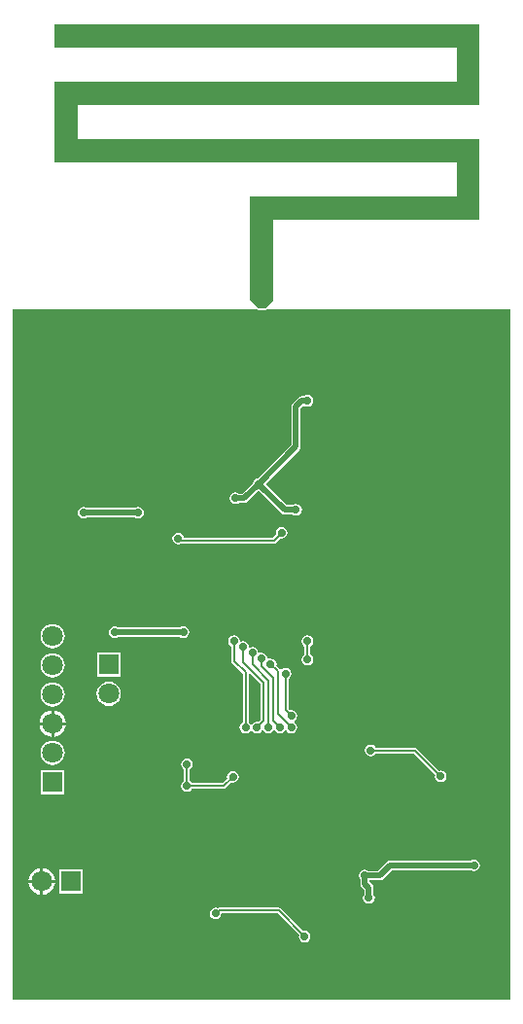
<source format=gbl>
G04 Layer_Physical_Order=2*
G04 Layer_Color=16711680*
%FSLAX44Y44*%
%MOMM*%
G71*
G01*
G75*
%ADD34C,0.2000*%
%ADD36C,0.5000*%
%ADD37C,1.8000*%
%ADD38R,1.8000X1.8000*%
%ADD39R,1.8000X1.8000*%
%ADD40C,0.7000*%
%ADD41C,0.6000*%
G36*
X223000Y605000D02*
Y605000D01*
X217000D01*
X210000Y612000D01*
X210000D01*
X230000Y612000D01*
X223000Y605000D01*
D02*
G37*
G36*
X436941Y3059D02*
X3059D01*
Y604500D01*
X215204D01*
X215852Y603852D01*
X217000Y603376D01*
X223000D01*
X224148Y603852D01*
X224148Y603852D01*
X224796Y604500D01*
X436941D01*
Y3059D01*
D02*
G37*
G36*
X410000Y732000D02*
X410000D01*
X410000Y702000D01*
X410000D01*
X410000Y682000D01*
X230000Y682000D01*
X230000Y612000D01*
X210000Y612000D01*
X210000Y702000D01*
X230000Y702000D01*
X390000Y702000D01*
X390000Y732000D01*
X40000Y732000D01*
X40000Y752000D01*
X410000Y752000D01*
X410000Y732000D01*
D02*
G37*
G36*
X410000Y832000D02*
X410000D01*
X410000Y802001D01*
X410000D01*
X410000Y782000D01*
X40000Y782000D01*
X40000Y802000D01*
X390000Y802000D01*
X390000Y832000D01*
X40000Y832000D01*
X40000Y852000D01*
X410000Y852000D01*
X410000Y832000D01*
D02*
G37*
G36*
X60000Y752000D02*
X40000Y752000D01*
X40000Y782000D01*
X60000Y782000D01*
X60000Y752000D01*
D02*
G37*
%LPC*%
G36*
X38000Y228491D02*
X35259Y228130D01*
X32705Y227072D01*
X30511Y225389D01*
X28828Y223195D01*
X27770Y220641D01*
X27409Y217900D01*
X27770Y215159D01*
X28828Y212605D01*
X30511Y210411D01*
X32705Y208728D01*
X35259Y207670D01*
X38000Y207309D01*
X40741Y207670D01*
X43295Y208728D01*
X45489Y210411D01*
X47172Y212605D01*
X48230Y215159D01*
X48591Y217900D01*
X48230Y220641D01*
X47172Y223195D01*
X45489Y225389D01*
X43295Y227072D01*
X40741Y228130D01*
X38000Y228491D01*
D02*
G37*
G36*
X315000Y225098D02*
X313049Y224710D01*
X311395Y223605D01*
X310290Y221951D01*
X309902Y220000D01*
X310290Y218049D01*
X311395Y216395D01*
X313049Y215290D01*
X315000Y214902D01*
X316951Y215290D01*
X318605Y216395D01*
X319310Y217451D01*
X352444D01*
X371150Y198745D01*
X370902Y197500D01*
X371290Y195549D01*
X372395Y193895D01*
X374049Y192790D01*
X376000Y192402D01*
X377951Y192790D01*
X379605Y193895D01*
X380710Y195549D01*
X381098Y197500D01*
X380710Y199451D01*
X379605Y201105D01*
X377951Y202210D01*
X376000Y202598D01*
X374755Y202350D01*
X355302Y221802D01*
X354476Y222355D01*
X353500Y222549D01*
X319310D01*
X318605Y223605D01*
X316951Y224710D01*
X315000Y225098D01*
D02*
G37*
G36*
X155000Y213098D02*
X153049Y212710D01*
X151395Y211605D01*
X150290Y209951D01*
X149902Y208000D01*
X150290Y206049D01*
X151395Y204395D01*
X152451Y203690D01*
Y193310D01*
X151395Y192605D01*
X150290Y190951D01*
X149902Y189000D01*
X150290Y187049D01*
X151395Y185395D01*
X153049Y184290D01*
X155000Y183902D01*
X156951Y184290D01*
X158605Y185395D01*
X159310Y186451D01*
X187000D01*
X187975Y186645D01*
X188802Y187198D01*
X193755Y192150D01*
X195000Y191902D01*
X196951Y192290D01*
X198605Y193395D01*
X199710Y195049D01*
X200098Y197000D01*
X199710Y198951D01*
X198605Y200605D01*
X196951Y201710D01*
X195000Y202098D01*
X193049Y201710D01*
X191395Y200605D01*
X190290Y198951D01*
X189902Y197000D01*
X190150Y195755D01*
X185944Y191549D01*
X159310D01*
X158605Y192605D01*
X157549Y193310D01*
Y203690D01*
X158605Y204395D01*
X159710Y206049D01*
X160098Y208000D01*
X159710Y209951D01*
X158605Y211605D01*
X156951Y212710D01*
X155000Y213098D01*
D02*
G37*
G36*
X196000Y320098D02*
X194049Y319710D01*
X192395Y318605D01*
X191290Y316951D01*
X190902Y315000D01*
X191290Y313049D01*
X192395Y311395D01*
X193451Y310690D01*
Y298000D01*
X193645Y297025D01*
X194198Y296198D01*
X203451Y286944D01*
Y244310D01*
X202395Y243605D01*
X201290Y241951D01*
X200902Y240000D01*
X201290Y238049D01*
X202395Y236395D01*
X204049Y235290D01*
X206000Y234902D01*
X207951Y235290D01*
X209605Y236395D01*
X210236Y237340D01*
X211764D01*
X212395Y236395D01*
X214049Y235290D01*
X216000Y234902D01*
X217951Y235290D01*
X219605Y236395D01*
X220236Y237340D01*
X221764D01*
X222395Y236395D01*
X224049Y235290D01*
X226000Y234902D01*
X227951Y235290D01*
X229605Y236395D01*
X230236Y237340D01*
X231764D01*
X232395Y236395D01*
X234049Y235290D01*
X236000Y234902D01*
X237951Y235290D01*
X239605Y236395D01*
X240236Y237340D01*
X241764D01*
X242395Y236395D01*
X244049Y235290D01*
X246000Y234902D01*
X247951Y235290D01*
X249605Y236395D01*
X250710Y238049D01*
X251098Y240000D01*
X250710Y241951D01*
X249605Y243605D01*
X248660Y244236D01*
Y245764D01*
X249605Y246395D01*
X250710Y248049D01*
X251098Y250000D01*
X250710Y251951D01*
X249605Y253605D01*
X247951Y254710D01*
X246000Y255098D01*
X244755Y254850D01*
X243549Y256056D01*
Y282690D01*
X244605Y283395D01*
X245710Y285049D01*
X246098Y287000D01*
X245710Y288951D01*
X244605Y290605D01*
X242951Y291710D01*
X241000Y292098D01*
X239049Y291710D01*
X237395Y290605D01*
X237095Y290518D01*
X235901Y290655D01*
X235802Y290802D01*
X232850Y293755D01*
X233098Y295000D01*
X232710Y296951D01*
X231605Y298605D01*
X229951Y299710D01*
X228000Y300098D01*
X226340Y299768D01*
X225859Y299858D01*
X224992Y300531D01*
X224709Y301950D01*
X223604Y303604D01*
X221950Y304709D01*
X220000Y305098D01*
X218341Y304768D01*
X217858Y304858D01*
X216992Y305531D01*
X216710Y306951D01*
X215605Y308605D01*
X213951Y309710D01*
X212000Y310098D01*
X210340Y309768D01*
X209859Y309858D01*
X208992Y310531D01*
X208710Y311951D01*
X207605Y313605D01*
X205951Y314710D01*
X204000Y315098D01*
X202341Y314768D01*
X201859Y314858D01*
X200992Y315531D01*
X200710Y316951D01*
X199605Y318605D01*
X197951Y319710D01*
X196000Y320098D01*
D02*
G37*
G36*
X49472Y242030D02*
X39270D01*
Y231828D01*
X41013Y232057D01*
X43820Y233220D01*
X46230Y235070D01*
X48080Y237480D01*
X49243Y240287D01*
X49472Y242030D01*
D02*
G37*
G36*
X36730D02*
X26528D01*
X26757Y240287D01*
X27920Y237480D01*
X29770Y235070D01*
X32180Y233220D01*
X34987Y232057D01*
X36730Y231828D01*
Y242030D01*
D02*
G37*
G36*
X48500Y203000D02*
X27500D01*
Y182000D01*
X48500D01*
Y203000D01*
D02*
G37*
G36*
X64500Y116500D02*
X43500D01*
Y95500D01*
X64500D01*
Y116500D01*
D02*
G37*
G36*
X40072Y104730D02*
X29870D01*
Y94528D01*
X31613Y94757D01*
X34420Y95920D01*
X36830Y97770D01*
X38680Y100180D01*
X39843Y102987D01*
X40072Y104730D01*
D02*
G37*
G36*
X27330D02*
X17128D01*
X17357Y102987D01*
X18520Y100180D01*
X20370Y97770D01*
X22780Y95920D01*
X25587Y94757D01*
X27330Y94528D01*
Y104730D01*
D02*
G37*
G36*
X405000Y125098D02*
X403049Y124710D01*
X402104Y124078D01*
X332000D01*
X330439Y123768D01*
X329116Y122884D01*
X329116Y122884D01*
X321311Y115078D01*
X312896D01*
X311951Y115710D01*
X310000Y116098D01*
X308049Y115710D01*
X306395Y114605D01*
X305290Y112951D01*
X304902Y111000D01*
X305290Y109049D01*
X305922Y108104D01*
Y104000D01*
X305922Y104000D01*
X306232Y102439D01*
X307116Y101116D01*
X309422Y98811D01*
Y94396D01*
X308790Y93451D01*
X308402Y91500D01*
X308790Y89549D01*
X309895Y87895D01*
X311549Y86790D01*
X313500Y86402D01*
X315451Y86790D01*
X317105Y87895D01*
X318210Y89549D01*
X318598Y91500D01*
X318210Y93451D01*
X317578Y94396D01*
Y100500D01*
X317578Y100500D01*
X317268Y102061D01*
X316384Y103384D01*
X314116Y105652D01*
X314169Y106922D01*
X323000D01*
X323000Y106922D01*
X324561Y107232D01*
X325884Y108116D01*
X333689Y115922D01*
X402104D01*
X403049Y115290D01*
X405000Y114902D01*
X406951Y115290D01*
X408605Y116395D01*
X409710Y118049D01*
X410098Y120000D01*
X409710Y121951D01*
X408605Y123605D01*
X406951Y124710D01*
X405000Y125098D01*
D02*
G37*
G36*
X29870Y117472D02*
Y107270D01*
X40072D01*
X39843Y109012D01*
X38680Y111820D01*
X36830Y114230D01*
X34420Y116080D01*
X31613Y117243D01*
X29870Y117472D01*
D02*
G37*
G36*
X27330D02*
X25587Y117243D01*
X22780Y116080D01*
X20370Y114230D01*
X18520Y111820D01*
X17357Y109012D01*
X17128Y107270D01*
X27330D01*
Y117472D01*
D02*
G37*
G36*
X92000Y328098D02*
X90049Y327710D01*
X88395Y326605D01*
X87290Y324951D01*
X86902Y323000D01*
X87290Y321049D01*
X88395Y319395D01*
X90049Y318290D01*
X92000Y317902D01*
X93951Y318290D01*
X94895Y318921D01*
X149104D01*
X150049Y318290D01*
X152000Y317901D01*
X153951Y318290D01*
X155604Y319395D01*
X156710Y321049D01*
X157098Y322999D01*
X156710Y324950D01*
X155604Y326604D01*
X153951Y327709D01*
X152000Y328097D01*
X150049Y327709D01*
X149104Y327078D01*
X94897D01*
X93951Y327710D01*
X92000Y328098D01*
D02*
G37*
G36*
X38000Y330091D02*
X35259Y329730D01*
X32705Y328672D01*
X30511Y326989D01*
X28828Y324795D01*
X27770Y322241D01*
X27409Y319500D01*
X27770Y316759D01*
X28828Y314205D01*
X30511Y312011D01*
X32705Y310328D01*
X35259Y309270D01*
X38000Y308909D01*
X40741Y309270D01*
X43295Y310328D01*
X45489Y312011D01*
X47172Y314205D01*
X48230Y316759D01*
X48591Y319500D01*
X48230Y322241D01*
X47172Y324795D01*
X45489Y326989D01*
X43295Y328672D01*
X40741Y329730D01*
X38000Y330091D01*
D02*
G37*
G36*
X260000Y320098D02*
X258049Y319710D01*
X256395Y318605D01*
X255290Y316951D01*
X254902Y315000D01*
X255290Y313049D01*
X256395Y311395D01*
X257451Y310690D01*
Y303310D01*
X256395Y302605D01*
X255290Y300951D01*
X254902Y299000D01*
X255290Y297049D01*
X256395Y295395D01*
X258049Y294290D01*
X260000Y293902D01*
X261951Y294290D01*
X263605Y295395D01*
X264710Y297049D01*
X265098Y299000D01*
X264710Y300951D01*
X263605Y302605D01*
X262549Y303310D01*
Y310690D01*
X263605Y311395D01*
X264710Y313049D01*
X265098Y315000D01*
X264710Y316951D01*
X263605Y318605D01*
X261951Y319710D01*
X260000Y320098D01*
D02*
G37*
G36*
X260000Y529598D02*
X258049Y529210D01*
X257104Y528578D01*
X255000D01*
X255000Y528578D01*
X253439Y528268D01*
X252116Y527384D01*
X252116Y527384D01*
X247116Y522384D01*
X246232Y521061D01*
X245922Y519500D01*
X245922Y519500D01*
Y486189D01*
X216664Y456932D01*
X215549Y456710D01*
X213895Y455605D01*
X212790Y453951D01*
X212568Y452836D01*
X203311Y443578D01*
X200396D01*
X199451Y444210D01*
X197500Y444598D01*
X195549Y444210D01*
X193895Y443105D01*
X192790Y441451D01*
X192402Y439500D01*
X192790Y437549D01*
X193895Y435895D01*
X195549Y434790D01*
X197500Y434402D01*
X199451Y434790D01*
X200396Y435422D01*
X205000D01*
X205000Y435422D01*
X206561Y435732D01*
X207884Y436616D01*
X217500Y446232D01*
X237116Y426616D01*
X238439Y425732D01*
X240000Y425422D01*
X240000Y425422D01*
X247104D01*
X248049Y424790D01*
X250000Y424402D01*
X251951Y424790D01*
X253605Y425895D01*
X254710Y427549D01*
X255098Y429500D01*
X254710Y431451D01*
X253605Y433105D01*
X251951Y434210D01*
X250000Y434598D01*
X248049Y434210D01*
X247104Y433578D01*
X241689D01*
X223268Y452000D01*
X252884Y481616D01*
X252884Y481616D01*
X253768Y482939D01*
X254078Y484500D01*
Y517811D01*
X256689Y520422D01*
X257104D01*
X258049Y519790D01*
X260000Y519402D01*
X261951Y519790D01*
X263605Y520895D01*
X264710Y522549D01*
X265098Y524500D01*
X264710Y526451D01*
X263605Y528105D01*
X261951Y529210D01*
X260000Y529598D01*
D02*
G37*
G36*
X112500Y432098D02*
X110549Y431710D01*
X109604Y431078D01*
X67896D01*
X66951Y431710D01*
X65000Y432098D01*
X63049Y431710D01*
X61395Y430605D01*
X60290Y428951D01*
X59902Y427000D01*
X60290Y425049D01*
X61395Y423395D01*
X63049Y422290D01*
X65000Y421902D01*
X66951Y422290D01*
X67896Y422922D01*
X109604D01*
X110549Y422290D01*
X112500Y421902D01*
X114451Y422290D01*
X116105Y423395D01*
X117210Y425049D01*
X117598Y427000D01*
X117210Y428951D01*
X116105Y430605D01*
X114451Y431710D01*
X112500Y432098D01*
D02*
G37*
G36*
X237500Y414598D02*
X235549Y414210D01*
X233895Y413105D01*
X232790Y411451D01*
X232402Y409500D01*
X232650Y408255D01*
X229674Y405279D01*
X152443D01*
X152210Y406451D01*
X151105Y408105D01*
X149451Y409210D01*
X147500Y409598D01*
X145549Y409210D01*
X143895Y408105D01*
X142790Y406451D01*
X142402Y404500D01*
X142790Y402549D01*
X143895Y400895D01*
X145549Y399790D01*
X147500Y399402D01*
X149451Y399790D01*
X150036Y400181D01*
X230730D01*
X231705Y400375D01*
X232532Y400928D01*
X236255Y404650D01*
X237500Y404402D01*
X239451Y404790D01*
X241105Y405895D01*
X242210Y407549D01*
X242598Y409500D01*
X242210Y411451D01*
X241105Y413105D01*
X239451Y414210D01*
X237500Y414598D01*
D02*
G37*
G36*
X97500Y305200D02*
X76500D01*
Y284200D01*
X97500D01*
Y305200D01*
D02*
G37*
G36*
X180000Y83098D02*
X178049Y82710D01*
X176395Y81605D01*
X175290Y79951D01*
X174902Y78000D01*
X175290Y76049D01*
X176395Y74395D01*
X178049Y73290D01*
X180000Y72902D01*
X181951Y73290D01*
X183605Y74395D01*
X184710Y76049D01*
X185088Y77951D01*
X233944D01*
X252650Y59246D01*
X252402Y58000D01*
X252790Y56049D01*
X253895Y54395D01*
X255549Y53290D01*
X257500Y52902D01*
X259451Y53290D01*
X261105Y54395D01*
X262210Y56049D01*
X262598Y58000D01*
X262210Y59951D01*
X261105Y61605D01*
X259451Y62710D01*
X257500Y63098D01*
X256255Y62850D01*
X236802Y82302D01*
X235975Y82855D01*
X235000Y83049D01*
X182500D01*
X181525Y82855D01*
X181455Y82809D01*
X180000Y83098D01*
D02*
G37*
G36*
X39270Y254772D02*
Y244570D01*
X49472D01*
X49243Y246313D01*
X48080Y249120D01*
X46230Y251530D01*
X43820Y253380D01*
X41013Y254543D01*
X39270Y254772D01*
D02*
G37*
G36*
X36730D02*
X34987Y254543D01*
X32180Y253380D01*
X29770Y251530D01*
X27920Y249120D01*
X26757Y246313D01*
X26528Y244570D01*
X36730D01*
Y254772D01*
D02*
G37*
G36*
X38000Y304691D02*
X35259Y304330D01*
X32705Y303272D01*
X30511Y301589D01*
X28828Y299395D01*
X27770Y296841D01*
X27409Y294100D01*
X27770Y291359D01*
X28828Y288805D01*
X30511Y286611D01*
X32705Y284928D01*
X35259Y283870D01*
X38000Y283509D01*
X40741Y283870D01*
X43295Y284928D01*
X45489Y286611D01*
X47172Y288805D01*
X48230Y291359D01*
X48591Y294100D01*
X48230Y296841D01*
X47172Y299395D01*
X45489Y301589D01*
X43295Y303272D01*
X40741Y304330D01*
X38000Y304691D01*
D02*
G37*
G36*
X87000Y279891D02*
X84259Y279530D01*
X81705Y278472D01*
X79511Y276789D01*
X77828Y274595D01*
X76770Y272041D01*
X76409Y269300D01*
X76770Y266559D01*
X77828Y264005D01*
X79511Y261811D01*
X81705Y260128D01*
X84259Y259070D01*
X87000Y258709D01*
X89741Y259070D01*
X92295Y260128D01*
X94489Y261811D01*
X96172Y264005D01*
X97230Y266559D01*
X97591Y269300D01*
X97230Y272041D01*
X96172Y274595D01*
X94489Y276789D01*
X92295Y278472D01*
X89741Y279530D01*
X87000Y279891D01*
D02*
G37*
G36*
X38000Y279291D02*
X35259Y278930D01*
X32705Y277872D01*
X30511Y276189D01*
X28828Y273995D01*
X27770Y271441D01*
X27409Y268700D01*
X27770Y265959D01*
X28828Y263405D01*
X30511Y261211D01*
X32705Y259528D01*
X35259Y258470D01*
X38000Y258109D01*
X40741Y258470D01*
X43295Y259528D01*
X45489Y261211D01*
X47172Y263405D01*
X48230Y265959D01*
X48591Y268700D01*
X48230Y271441D01*
X47172Y273995D01*
X45489Y276189D01*
X43295Y277872D01*
X40741Y278930D01*
X38000Y279291D01*
D02*
G37*
%LPD*%
G36*
X219451Y277944D02*
Y247056D01*
X217246Y244850D01*
X216000Y245098D01*
X214049Y244710D01*
X212395Y243605D01*
X211764Y242660D01*
X210236D01*
X209605Y243605D01*
X208549Y244310D01*
Y287050D01*
X209819Y287576D01*
X219451Y277944D01*
D02*
G37*
D34*
X353500Y220000D02*
X376000Y197500D01*
X315000Y220000D02*
X353500D01*
X155000Y189000D02*
Y208000D01*
Y189000D02*
X187000D01*
X195000Y197000D01*
X196000Y298000D02*
Y315000D01*
Y298000D02*
X206000Y288000D01*
X260000Y299000D02*
Y315000D01*
X204000Y297000D02*
X222000Y279000D01*
X212000Y295000D02*
X226000Y281000D01*
X220000Y293001D02*
X230000Y283000D01*
X234000Y252000D02*
X246000Y240000D01*
X216000D02*
X222000Y246000D01*
X220000Y293001D02*
Y300000D01*
X241000Y255000D02*
Y287000D01*
X234000Y252000D02*
Y289000D01*
X222000Y246000D02*
Y279000D01*
X226000Y240000D02*
Y281000D01*
X230000Y246000D02*
Y283000D01*
X206000Y240000D02*
Y288000D01*
X230000Y246000D02*
X236000Y240000D01*
X212000Y295000D02*
Y305000D01*
X204000Y297000D02*
Y310000D01*
X241000Y255000D02*
X246000Y250000D01*
X228000Y295000D02*
X234000Y289000D01*
X230730Y402730D02*
X237500Y409500D01*
X149270Y402730D02*
X230730D01*
X147500Y404500D02*
X149270Y402730D01*
X235000Y80500D02*
X257500Y58000D01*
X182500Y80500D02*
X235000D01*
X180000Y78000D02*
X182500Y80500D01*
D36*
X332000Y120000D02*
X405000D01*
X323000Y111000D02*
X332000Y120000D01*
X92001Y322999D02*
X152000D01*
X92000Y323000D02*
X92001Y322999D01*
X313500Y91500D02*
Y100500D01*
X310000Y104000D02*
X313500Y100500D01*
X310000Y104000D02*
Y111000D01*
X323000D01*
X65000Y427000D02*
X112500D01*
X112500Y427000D01*
X205000Y439500D02*
X217500Y452000D01*
X197500Y439500D02*
X205000D01*
X250000Y484500D02*
Y519500D01*
X255000Y524500D01*
X260000D01*
X217500Y452000D02*
X250000Y484500D01*
X217500Y452000D02*
X240000Y429500D01*
X250000D01*
D37*
X28600Y106000D02*
D03*
X87000Y269300D02*
D03*
X38000Y217900D02*
D03*
Y243300D02*
D03*
Y268700D02*
D03*
Y294100D02*
D03*
Y319500D02*
D03*
D38*
X54000Y106000D02*
D03*
D39*
X87000Y294700D02*
D03*
X38000Y192500D02*
D03*
D40*
X357500Y182500D02*
D03*
X376000Y197500D02*
D03*
X315000Y220000D02*
D03*
X405000Y120000D02*
D03*
X270000Y345000D02*
D03*
X260000Y335000D02*
D03*
X322000Y255000D02*
D03*
X153000Y98000D02*
D03*
X155000Y208000D02*
D03*
Y189000D02*
D03*
X152000Y322999D02*
D03*
X196000Y315000D02*
D03*
X260000D02*
D03*
Y299000D02*
D03*
X313500Y91500D02*
D03*
X310000Y111000D02*
D03*
X195000Y197000D02*
D03*
X306000Y123000D02*
D03*
Y135000D02*
D03*
X148000Y247000D02*
D03*
X161000D02*
D03*
X306000Y297000D02*
D03*
Y283000D02*
D03*
X250000Y429500D02*
D03*
X241000Y287000D02*
D03*
X220000Y300000D02*
D03*
X216000Y240000D02*
D03*
X212000Y305000D02*
D03*
X246000Y250000D02*
D03*
Y240000D02*
D03*
X228000Y295000D02*
D03*
X236000Y240000D02*
D03*
X226000D02*
D03*
X204000Y310000D02*
D03*
X206000Y240000D02*
D03*
X92000Y323000D02*
D03*
X65000Y427000D02*
D03*
X143000Y521000D02*
D03*
X197500Y439500D02*
D03*
X237500Y409500D02*
D03*
X147500Y404500D02*
D03*
X217500Y452000D02*
D03*
X257500Y93000D02*
D03*
Y58000D02*
D03*
X200000Y73000D02*
D03*
X180000Y78000D02*
D03*
X247500Y95500D02*
D03*
X152500Y20500D02*
D03*
X110000Y90500D02*
D03*
X346000Y103000D02*
D03*
X363500Y78000D02*
D03*
X207500Y118000D02*
D03*
X252500Y48000D02*
D03*
X210000Y55500D02*
D03*
X247500Y439500D02*
D03*
Y449500D02*
D03*
Y459500D02*
D03*
X197500Y409500D02*
D03*
X207500D02*
D03*
X217500D02*
D03*
X227500Y409500D02*
D03*
X167500Y372000D02*
D03*
X152500Y367000D02*
D03*
X217500Y494500D02*
D03*
X262500Y487000D02*
D03*
X260000Y514500D02*
D03*
Y524500D02*
D03*
X217500D02*
D03*
X207500D02*
D03*
X97500Y474500D02*
D03*
X125000Y457000D02*
D03*
X112500Y427000D02*
D03*
X197500Y584500D02*
D03*
X207500D02*
D03*
X217500D02*
D03*
X227500D02*
D03*
X237500D02*
D03*
X247500D02*
D03*
X257500D02*
D03*
Y574500D02*
D03*
X247500Y544500D02*
D03*
Y534500D02*
D03*
X237500Y544500D02*
D03*
Y534500D02*
D03*
X227500Y574500D02*
D03*
X237500Y564500D02*
D03*
X227500Y554500D02*
D03*
X207500D02*
D03*
Y544500D02*
D03*
X217500D02*
D03*
X227500Y534500D02*
D03*
X217500Y554500D02*
D03*
X227500Y544500D02*
D03*
X237500Y554500D02*
D03*
X247500D02*
D03*
X237500Y574500D02*
D03*
X247500D02*
D03*
X227500Y564500D02*
D03*
X247500D02*
D03*
X217500Y534500D02*
D03*
X207500D02*
D03*
X270000Y599500D02*
D03*
X280000D02*
D03*
X290000D02*
D03*
X300000D02*
D03*
X310000D02*
D03*
X320000D02*
D03*
X280000Y589500D02*
D03*
X290000D02*
D03*
X300000D02*
D03*
X310000D02*
D03*
X320000D02*
D03*
X290000Y579500D02*
D03*
X300000D02*
D03*
X310000D02*
D03*
X320000D02*
D03*
X290000Y569500D02*
D03*
X300000D02*
D03*
X310000D02*
D03*
X320000D02*
D03*
X300000Y559500D02*
D03*
X310000D02*
D03*
X320000D02*
D03*
X300000Y549500D02*
D03*
X310000D02*
D03*
X320000D02*
D03*
Y539500D02*
D03*
X310000D02*
D03*
X300000D02*
D03*
X320000Y529500D02*
D03*
X310000D02*
D03*
X300000D02*
D03*
X290000D02*
D03*
Y519500D02*
D03*
X300000D02*
D03*
X310000D02*
D03*
X320000D02*
D03*
Y509500D02*
D03*
X310000D02*
D03*
X300000D02*
D03*
X290000D02*
D03*
X280000D02*
D03*
Y499500D02*
D03*
X290000D02*
D03*
X300000D02*
D03*
X310000D02*
D03*
X320000D02*
D03*
X280000Y489500D02*
D03*
X290000D02*
D03*
X300000D02*
D03*
X310000D02*
D03*
X320000D02*
D03*
X280000Y479500D02*
D03*
X290000D02*
D03*
X300000D02*
D03*
X310000D02*
D03*
X320000D02*
D03*
X290000Y469500D02*
D03*
X280000D02*
D03*
X290000Y459500D02*
D03*
X280000D02*
D03*
Y449500D02*
D03*
X290000D02*
D03*
X270000Y459500D02*
D03*
Y449500D02*
D03*
X260000D02*
D03*
Y439500D02*
D03*
X227500Y524500D02*
D03*
X197500D02*
D03*
Y514500D02*
D03*
Y504500D02*
D03*
Y494500D02*
D03*
X160000Y589500D02*
D03*
Y599500D02*
D03*
Y579500D02*
D03*
X150000D02*
D03*
Y589500D02*
D03*
Y599500D02*
D03*
X140000D02*
D03*
X130000D02*
D03*
X120000D02*
D03*
X140000Y579500D02*
D03*
Y589500D02*
D03*
X130000D02*
D03*
X120000D02*
D03*
Y579500D02*
D03*
X130000D02*
D03*
X140000Y569500D02*
D03*
X130000D02*
D03*
X120000D02*
D03*
Y559500D02*
D03*
X130000D02*
D03*
X140000D02*
D03*
X150000D02*
D03*
Y549500D02*
D03*
X140000D02*
D03*
X130000D02*
D03*
X120000D02*
D03*
Y539500D02*
D03*
X130000D02*
D03*
X140000D02*
D03*
X150000D02*
D03*
X227500Y494500D02*
D03*
X162500Y45500D02*
D03*
X336000Y255000D02*
D03*
X20000Y142500D02*
D03*
X10000Y52000D02*
D03*
Y152000D02*
D03*
Y252000D02*
D03*
Y352000D02*
D03*
X35000Y402000D02*
D03*
X10000Y452000D02*
D03*
X35000Y502000D02*
D03*
X10000Y552000D02*
D03*
X60000Y52000D02*
D03*
X85000Y102000D02*
D03*
Y202000D02*
D03*
X60000Y252000D02*
D03*
Y552000D02*
D03*
X110000Y152000D02*
D03*
Y252000D02*
D03*
Y552000D02*
D03*
X260000Y252000D02*
D03*
X310000Y52000D02*
D03*
X335000Y102000D02*
D03*
X310000Y152000D02*
D03*
Y252000D02*
D03*
Y352000D02*
D03*
X335000Y402000D02*
D03*
X310000Y452000D02*
D03*
X335000Y502000D02*
D03*
X360000Y52000D02*
D03*
Y152000D02*
D03*
Y252000D02*
D03*
X385000Y302000D02*
D03*
X360000Y352000D02*
D03*
X385000Y402000D02*
D03*
X360000Y452000D02*
D03*
X385000Y502000D02*
D03*
X360000Y552000D02*
D03*
X410000Y52000D02*
D03*
Y152000D02*
D03*
Y252000D02*
D03*
Y352000D02*
D03*
Y452000D02*
D03*
Y552000D02*
D03*
D41*
X220000Y677000D02*
D03*
Y692000D02*
D03*
Y662000D02*
D03*
Y647000D02*
D03*
Y632000D02*
D03*
Y617000D02*
D03*
X235000Y692000D02*
D03*
X265000D02*
D03*
X250000D02*
D03*
X310000D02*
D03*
X325000D02*
D03*
X295000D02*
D03*
X280000D02*
D03*
X370000D02*
D03*
X385000D02*
D03*
X355000D02*
D03*
X340000D02*
D03*
X400000Y694000D02*
D03*
Y709000D02*
D03*
Y739000D02*
D03*
Y724000D02*
D03*
X385000Y742000D02*
D03*
X340000D02*
D03*
X355000D02*
D03*
X370000D02*
D03*
X280000D02*
D03*
X295000D02*
D03*
X325000D02*
D03*
X310000D02*
D03*
X250000D02*
D03*
X265000D02*
D03*
X235000D02*
D03*
X220000D02*
D03*
X175000D02*
D03*
X190000D02*
D03*
X205000D02*
D03*
X115000D02*
D03*
X130000D02*
D03*
X160000D02*
D03*
X145000D02*
D03*
X85000D02*
D03*
X100000D02*
D03*
X70000D02*
D03*
X55000D02*
D03*
Y792000D02*
D03*
X70000D02*
D03*
X100000D02*
D03*
X85000D02*
D03*
X145000D02*
D03*
X160000D02*
D03*
X130000D02*
D03*
X115000D02*
D03*
X205000D02*
D03*
X190000D02*
D03*
X175000D02*
D03*
X220000D02*
D03*
X235000D02*
D03*
X265000D02*
D03*
X250000D02*
D03*
X310000D02*
D03*
X325000D02*
D03*
X295000D02*
D03*
X280000D02*
D03*
X370000D02*
D03*
X355000D02*
D03*
X340000D02*
D03*
X385000D02*
D03*
X55000Y842000D02*
D03*
X70000D02*
D03*
X100000D02*
D03*
X85000D02*
D03*
X145000D02*
D03*
X160000D02*
D03*
X130000D02*
D03*
X115000D02*
D03*
X205000D02*
D03*
X190000D02*
D03*
X175000D02*
D03*
X220000D02*
D03*
X235000D02*
D03*
X265000D02*
D03*
X250000D02*
D03*
X310000D02*
D03*
X325000D02*
D03*
X295000D02*
D03*
X280000D02*
D03*
X370000D02*
D03*
X355000D02*
D03*
X340000D02*
D03*
X385000D02*
D03*
X400000Y824000D02*
D03*
Y839000D02*
D03*
Y809000D02*
D03*
Y794000D02*
D03*
X50000Y752000D02*
D03*
Y767000D02*
D03*
Y782000D02*
D03*
X164500Y459000D02*
D03*
Y470000D02*
D03*
X175500Y459000D02*
D03*
Y470000D02*
D03*
M02*

</source>
